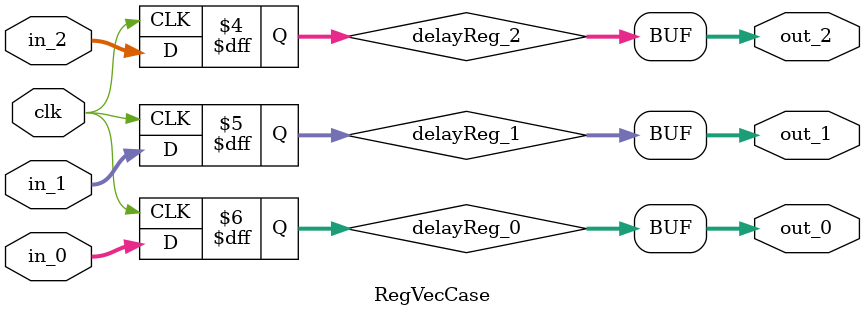
<source format=v>
module RegVecCase (
  input        clk,
  input  [2:0] in_0,
  input  [2:0] in_1,
  input  [2:0] in_2,
  output [2:0] out_0,
  output [2:0] out_1,
  output [2:0] out_2
);
  reg  [2:0] delayReg_0;
  reg  [2:0] delayReg_1;
  reg  [2:0] delayReg_2;
  assign out_0 = delayReg_0;
  assign out_1 = delayReg_1;
  assign out_2 = delayReg_2;
  always @(posedge clk) begin
    delayReg_0 <= in_0;
  end
  always @(posedge clk) begin
    delayReg_1 <= in_1;
  end
  always @(posedge clk) begin
    delayReg_2 <= in_2;
  end
endmodule

</source>
